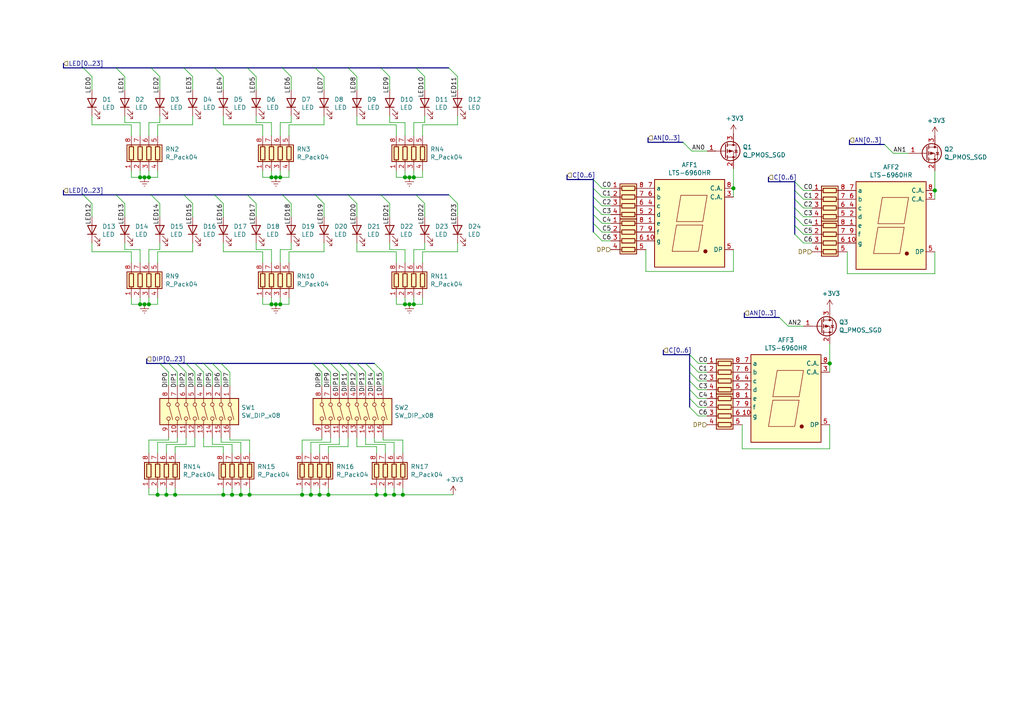
<source format=kicad_sch>
(kicad_sch (version 20200714) (host eeschema "(5.99.0-2671-gfc0a358ba)")
  (page 3 3)
  (paper "A4")
  (lib_symbols
    (symbol "Device:LED" (pin_numbers hide) (pin_names hide)
      (property "Reference" "D" (at 0 2.54 0))
      (property "Value" "LED" (at 0 -2.54 0))
      (symbol "LED_0_1"
        (polyline (pts (xy -1.27 -1.27) (xy -1.27 1.27)) (stroke (width 0.254)))
        (polyline (pts (xy -1.27 0) (xy 1.27 0)))
        (polyline (pts (xy 1.27 -1.27) (xy 1.27 1.27) (xy -1.27 0) (xy 1.27 -1.27)) (stroke (width 0.254)))
        (polyline (pts (xy -3.048 -0.762) (xy -4.572 -2.286) (xy -3.81 -2.286) (xy -4.572 -2.286) (xy -4.572 -1.524)))
        (polyline (pts (xy -1.778 -0.762) (xy -3.302 -2.286) (xy -2.54 -2.286) (xy -3.302 -2.286) (xy -3.302 -1.524)))
      )
      (symbol "LED_1_1"
        (pin passive line (at -3.81 0 0) (length 2.54) (name "K") (number "1"))
        (pin passive line (at 3.81 0 180) (length 2.54) (name "A") (number "2"))
      )
    )
    (symbol "Device:Q_PMOS_GSD" (pin_names (offset 0) hide)
      (property "Reference" "Q" (at 5.08 1.27 0))
      (property "Value" "Q_PMOS_GSD" (at 5.08 -1.27 0))
      (symbol "Q_PMOS_GSD_0_1"
        (circle (center 1.651 0) (radius 2.794) (stroke (width 0.254)))
        (circle (center 2.54 -1.778) (radius 0.254) (fill (type outline)))
        (circle (center 2.54 1.778) (radius 0.254) (fill (type outline)))
        (polyline (pts (xy 0.254 0) (xy -2.54 0)))
        (polyline (pts (xy 0.254 1.905) (xy 0.254 -1.905)) (stroke (width 0.254)))
        (polyline (pts (xy 0.762 -1.27) (xy 0.762 -2.286)) (stroke (width 0.254)))
        (polyline (pts (xy 0.762 0.508) (xy 0.762 -0.508)) (stroke (width 0.254)))
        (polyline (pts (xy 0.762 2.286) (xy 0.762 1.27)) (stroke (width 0.254)))
        (polyline (pts (xy 2.54 2.54) (xy 2.54 1.778)))
        (polyline (pts (xy 2.54 -2.54) (xy 2.54 0) (xy 0.762 0)))
        (polyline (pts (xy 0.762 1.778) (xy 3.302 1.778) (xy 3.302 -1.778) (xy 0.762 -1.778)))
        (polyline (pts (xy 2.286 0) (xy 1.27 0.381) (xy 1.27 -0.381) (xy 2.286 0)) (fill (type outline)))
        (polyline (pts (xy 2.794 -0.508) (xy 2.921 -0.381) (xy 3.683 -0.381) (xy 3.81 -0.254)))
        (polyline (pts (xy 3.302 -0.381) (xy 2.921 0.254) (xy 3.683 0.254) (xy 3.302 -0.381)))
      )
      (symbol "Q_PMOS_GSD_1_1"
        (pin input line (at -5.08 0 0) (length 2.54) (name "G") (number "1"))
        (pin passive line (at 2.54 -5.08 90) (length 2.54) (name "S") (number "2"))
        (pin passive line (at 2.54 5.08 270) (length 2.54) (name "D") (number "3"))
      )
    )
    (symbol "Device:R_Pack04" (pin_names (offset 0) hide)
      (property "Reference" "RN" (at -7.62 0 90))
      (property "Value" "R_Pack04" (at 5.08 0 90))
      (symbol "R_Pack04_0_1"
        (rectangle (start -3.175 1.905) (end -1.905 -1.905) (stroke (width 0.254)))
        (rectangle (start -5.715 1.905) (end -4.445 -1.905) (stroke (width 0.254)))
        (rectangle (start -0.635 1.905) (end 0.635 -1.905) (stroke (width 0.254)))
        (rectangle (start -6.35 -2.413) (end 3.81 2.413) (stroke (width 0.254)) (fill (type background)))
        (rectangle (start 1.905 1.905) (end 3.175 -1.905) (stroke (width 0.254)))
        (polyline (pts (xy -2.54 -2.54) (xy -2.54 -1.905)))
        (polyline (pts (xy -2.54 1.905) (xy -2.54 2.54)))
        (polyline (pts (xy -5.08 -2.54) (xy -5.08 -1.905)))
        (polyline (pts (xy -5.08 1.905) (xy -5.08 2.54)))
        (polyline (pts (xy 0 -2.54) (xy 0 -1.905)))
        (polyline (pts (xy 0 1.905) (xy 0 2.54)))
        (polyline (pts (xy 2.54 -2.54) (xy 2.54 -1.905)))
        (polyline (pts (xy 2.54 1.905) (xy 2.54 2.54)))
      )
      (symbol "R_Pack04_1_1"
        (pin passive line (at -5.08 -5.08 90) (length 2.54) (name "R1.1") (number "1"))
        (pin passive line (at -5.08 5.08 270) (length 2.54) (name "R1.2") (number "8"))
        (pin passive line (at -2.54 -5.08 90) (length 2.54) (name "R2.1") (number "2"))
        (pin passive line (at -2.54 5.08 270) (length 2.54) (name "R2.2") (number "7"))
        (pin passive line (at 0 -5.08 90) (length 2.54) (name "R3.1") (number "3"))
        (pin passive line (at 0 5.08 270) (length 2.54) (name "R3.2") (number "6"))
        (pin passive line (at 2.54 -5.08 90) (length 2.54) (name "R4.1") (number "4"))
        (pin passive line (at 2.54 5.08 270) (length 2.54) (name "R4.2") (number "5"))
      )
    )
    (symbol "Display_Character:LTS-6960HR" (pin_names (offset 0.508))
      (property "Reference" "AFF" (at -7.874 13.97 0))
      (property "Value" "LTS-6960HR" (at -2.032 13.97 0))
      (symbol "LTS-6960HR_0_1"
        (circle (center 4.572 -8.128) (radius 0.508) (fill (type outline)))
        (rectangle (start -10.16 12.7) (end 10.16 -12.7) (stroke (width 0.254)) (fill (type background)))
        (polyline (pts (xy -3.81 -0.508) (xy 3.81 -0.508) (xy 2.54 -8.128) (xy -5.08 -8.128) (xy -3.81 -0.508) (xy -3.81 -0.508)))
        (polyline (pts (xy -2.54 8.128) (xy 5.08 8.128) (xy 3.81 0.508) (xy -3.81 0.508) (xy -2.54 8.128) (xy -2.54 8.128)))
      )
      (symbol "LTS-6960HR_1_1"
        (pin passive line (at -12.7 0 0) (length 2.54) (name "e") (number "1"))
        (pin passive line (at -12.7 -5.08 0) (length 2.54) (name "g") (number "10"))
        (pin passive line (at -12.7 2.54 0) (length 2.54) (name "d") (number "2"))
        (pin passive line (at 12.7 7.62 180) (length 2.54) (name "C.A.") (number "3"))
        (pin passive line (at -12.7 5.08 0) (length 2.54) (name "c") (number "4"))
        (pin passive line (at 12.7 -7.62 180) (length 2.54) (name "DP") (number "5"))
        (pin passive line (at -12.7 7.62 0) (length 2.54) (name "b") (number "6"))
        (pin passive line (at -12.7 10.16 0) (length 2.54) (name "a") (number "7"))
        (pin passive line (at 12.7 10.16 180) (length 2.54) (name "C.A.") (number "8"))
        (pin passive line (at -12.7 -2.54 0) (length 2.54) (name "f") (number "9"))
      )
    )
    (symbol "Switch:SW_DIP_x08" (pin_names (offset 0) hide)
      (property "Reference" "SW" (at 0 13.97 0))
      (property "Value" "SW_DIP_x08" (at 0 -11.43 0))
      (symbol "SW_DIP_x08_0_0"
        (circle (center -2.032 -7.62) (radius 0.508))
        (circle (center -2.032 -5.08) (radius 0.508))
        (circle (center -2.032 -2.54) (radius 0.508))
        (circle (center -2.032 0) (radius 0.508))
        (circle (center -2.032 2.54) (radius 0.508))
        (circle (center -2.032 5.08) (radius 0.508))
        (circle (center -2.032 7.62) (radius 0.508))
        (circle (center -2.032 10.16) (radius 0.508))
        (circle (center 2.032 -7.62) (radius 0.508))
        (circle (center 2.032 -5.08) (radius 0.508))
        (circle (center 2.032 -2.54) (radius 0.508))
        (circle (center 2.032 0) (radius 0.508))
        (circle (center 2.032 2.54) (radius 0.508))
        (circle (center 2.032 5.08) (radius 0.508))
        (circle (center 2.032 7.62) (radius 0.508))
        (circle (center 2.032 10.16) (radius 0.508))
        (polyline (pts (xy -1.524 -7.4676) (xy 2.3622 -6.4262)))
        (polyline (pts (xy -1.524 -4.9276) (xy 2.3622 -3.8862)))
        (polyline (pts (xy -1.524 -2.3876) (xy 2.3622 -1.3462)))
        (polyline (pts (xy -1.524 0.127) (xy 2.3622 1.1684)))
        (polyline (pts (xy -1.524 2.667) (xy 2.3622 3.7084)))
        (polyline (pts (xy -1.524 5.207) (xy 2.3622 6.2484)))
        (polyline (pts (xy -1.524 7.747) (xy 2.3622 8.7884)))
        (polyline (pts (xy -1.524 10.287) (xy 2.3622 11.3284)))
      )
      (symbol "SW_DIP_x08_0_1"
        (rectangle (start -3.81 12.7) (end 3.81 -10.16) (stroke (width 0.254)) (fill (type background)))
      )
      (symbol "SW_DIP_x08_1_1"
        (pin passive line (at -7.62 10.16 0) (length 5.08) (name "~") (number "1"))
        (pin passive line (at 7.62 -5.08 180) (length 5.08) (name "~") (number "10"))
        (pin passive line (at 7.62 -2.54 180) (length 5.08) (name "~") (number "11"))
        (pin passive line (at 7.62 0 180) (length 5.08) (name "~") (number "12"))
        (pin passive line (at 7.62 2.54 180) (length 5.08) (name "~") (number "13"))
        (pin passive line (at 7.62 5.08 180) (length 5.08) (name "~") (number "14"))
        (pin passive line (at 7.62 7.62 180) (length 5.08) (name "~") (number "15"))
        (pin passive line (at 7.62 10.16 180) (length 5.08) (name "~") (number "16"))
        (pin passive line (at -7.62 7.62 0) (length 5.08) (name "~") (number "2"))
        (pin passive line (at -7.62 5.08 0) (length 5.08) (name "~") (number "3"))
        (pin passive line (at -7.62 2.54 0) (length 5.08) (name "~") (number "4"))
        (pin passive line (at -7.62 0 0) (length 5.08) (name "~") (number "5"))
        (pin passive line (at -7.62 -2.54 0) (length 5.08) (name "~") (number "6"))
        (pin passive line (at -7.62 -5.08 0) (length 5.08) (name "~") (number "7"))
        (pin passive line (at -7.62 -7.62 0) (length 5.08) (name "~") (number "8"))
        (pin passive line (at 7.62 -7.62 180) (length 5.08) (name "~") (number "9"))
      )
    )
    (symbol "power:+3V3" (power) (pin_names (offset 0))
      (property "Value" "+3V3" (at 0 3.556 0))
      (symbol "+3V3_0_1"
        (polyline (pts (xy -0.762 1.27) (xy 0 2.54)))
        (polyline (pts (xy 0 0) (xy 0 2.54)))
        (polyline (pts (xy 0 2.54) (xy 0.762 1.27)))
      )
      (symbol "+3V3_1_1"
        (pin power_in line (at 0 0 90) (length 0) hide (name "+3V3") (number "1"))
      )
    )
    (symbol "power:GNDREF" (power) (pin_names (offset 0))
      (property "Value" "GNDREF" (at 0 -3.81 0))
      (symbol "GNDREF_0_1"
        (polyline (pts (xy -0.635 -1.905) (xy 0.635 -1.905)))
        (polyline (pts (xy -0.127 -2.54) (xy 0.127 -2.54)))
        (polyline (pts (xy 0 -1.27) (xy 0 0)))
        (polyline (pts (xy 1.27 -1.27) (xy -1.27 -1.27)))
      )
      (symbol "GNDREF_1_1"
        (pin power_in line (at 0 0 270) (length 0) hide (name "GNDREF") (number "1"))
      )
    )
  )
  (junction (at 40.64 51.435) (diameter 1.016))
  (junction (at 40.64 88.265) (diameter 1.016))
  (junction (at 41.91 51.435) (diameter 1.016))
  (junction (at 41.91 88.265) (diameter 1.016))
  (junction (at 43.18 51.435) (diameter 1.016))
  (junction (at 43.18 88.265) (diameter 1.016))
  (junction (at 45.72 143.51) (diameter 1.016))
  (junction (at 48.26 143.51) (diameter 1.016))
  (junction (at 50.8 143.51) (diameter 1.016))
  (junction (at 64.77 143.51) (diameter 1.016))
  (junction (at 67.31 143.51) (diameter 1.016))
  (junction (at 69.85 143.51) (diameter 1.016))
  (junction (at 72.39 143.51) (diameter 1.016))
  (junction (at 78.74 51.435) (diameter 1.016))
  (junction (at 78.74 88.265) (diameter 1.016))
  (junction (at 80.01 51.435) (diameter 1.016))
  (junction (at 80.01 88.265) (diameter 1.016))
  (junction (at 81.28 51.435) (diameter 1.016))
  (junction (at 81.28 88.265) (diameter 1.016))
  (junction (at 87.63 143.51) (diameter 1.016))
  (junction (at 90.17 143.51) (diameter 1.016))
  (junction (at 92.71 143.51) (diameter 1.016))
  (junction (at 95.25 143.51) (diameter 1.016))
  (junction (at 109.22 143.51) (diameter 1.016))
  (junction (at 111.76 143.51) (diameter 1.016))
  (junction (at 114.3 143.51) (diameter 1.016))
  (junction (at 116.84 143.51) (diameter 1.016))
  (junction (at 117.475 51.435) (diameter 1.016))
  (junction (at 117.475 88.265) (diameter 1.016))
  (junction (at 118.745 51.435) (diameter 1.016))
  (junction (at 118.745 88.265) (diameter 1.016))
  (junction (at 120.015 51.435) (diameter 1.016))
  (junction (at 120.015 88.265) (diameter 1.016))
  (junction (at 212.725 54.61) (diameter 1.016))
  (junction (at 240.665 105.41) (diameter 1.016))
  (junction (at 271.145 55.245) (diameter 1.016))
  (bus_entry (at 24.13 19.685) (size 2.54 2.54) (stroke (width 0.1524)))
  (bus_entry (at 24.13 56.515) (size 2.54 2.54) (stroke (width 0.1524)))
  (bus_entry (at 33.655 19.685) (size 2.54 2.54) (stroke (width 0.1524)))
  (bus_entry (at 33.655 56.515) (size 2.54 2.54) (stroke (width 0.1524)))
  (bus_entry (at 43.815 19.685) (size 2.54 2.54) (stroke (width 0.1524)))
  (bus_entry (at 43.815 56.515) (size 2.54 2.54) (stroke (width 0.1524)))
  (bus_entry (at 46.355 105.41) (size 2.54 2.54) (stroke (width 0.1524)))
  (bus_entry (at 48.895 105.41) (size 2.54 2.54) (stroke (width 0.1524)))
  (bus_entry (at 51.435 105.41) (size 2.54 2.54) (stroke (width 0.1524)))
  (bus_entry (at 53.34 19.685) (size 2.54 2.54) (stroke (width 0.1524)))
  (bus_entry (at 53.34 56.515) (size 2.54 2.54) (stroke (width 0.1524)))
  (bus_entry (at 53.975 105.41) (size 2.54 2.54) (stroke (width 0.1524)))
  (bus_entry (at 56.515 105.41) (size 2.54 2.54) (stroke (width 0.1524)))
  (bus_entry (at 59.055 105.41) (size 2.54 2.54) (stroke (width 0.1524)))
  (bus_entry (at 61.595 105.41) (size 2.54 2.54) (stroke (width 0.1524)))
  (bus_entry (at 62.23 19.685) (size 2.54 2.54) (stroke (width 0.1524)))
  (bus_entry (at 62.23 56.515) (size 2.54 2.54) (stroke (width 0.1524)))
  (bus_entry (at 64.135 105.41) (size 2.54 2.54) (stroke (width 0.1524)))
  (bus_entry (at 71.755 19.685) (size 2.54 2.54) (stroke (width 0.1524)))
  (bus_entry (at 71.755 56.515) (size 2.54 2.54) (stroke (width 0.1524)))
  (bus_entry (at 81.915 19.685) (size 2.54 2.54) (stroke (width 0.1524)))
  (bus_entry (at 81.915 56.515) (size 2.54 2.54) (stroke (width 0.1524)))
  (bus_entry (at 90.805 105.41) (size 2.54 2.54) (stroke (width 0.1524)))
  (bus_entry (at 91.44 19.685) (size 2.54 2.54) (stroke (width 0.1524)))
  (bus_entry (at 91.44 56.515) (size 2.54 2.54) (stroke (width 0.1524)))
  (bus_entry (at 93.345 105.41) (size 2.54 2.54) (stroke (width 0.1524)))
  (bus_entry (at 95.885 105.41) (size 2.54 2.54) (stroke (width 0.1524)))
  (bus_entry (at 98.425 105.41) (size 2.54 2.54) (stroke (width 0.1524)))
  (bus_entry (at 100.965 19.685) (size 2.54 2.54) (stroke (width 0.1524)))
  (bus_entry (at 100.965 56.515) (size 2.54 2.54) (stroke (width 0.1524)))
  (bus_entry (at 100.965 105.41) (size 2.54 2.54) (stroke (width 0.1524)))
  (bus_entry (at 103.505 105.41) (size 2.54 2.54) (stroke (width 0.1524)))
  (bus_entry (at 106.045 105.41) (size 2.54 2.54) (stroke (width 0.1524)))
  (bus_entry (at 108.585 105.41) (size 2.54 2.54) (stroke (width 0.1524)))
  (bus_entry (at 110.49 19.685) (size 2.54 2.54) (stroke (width 0.1524)))
  (bus_entry (at 110.49 56.515) (size 2.54 2.54) (stroke (width 0.1524)))
  (bus_entry (at 120.65 19.685) (size 2.54 2.54) (stroke (width 0.1524)))
  (bus_entry (at 120.65 56.515) (size 2.54 2.54) (stroke (width 0.1524)))
  (bus_entry (at 130.175 19.685) (size 2.54 2.54) (stroke (width 0.1524)))
  (bus_entry (at 130.175 56.515) (size 2.54 2.54) (stroke (width 0.1524)))
  (bus_entry (at 172.085 52.07) (size 2.54 2.54) (stroke (width 0.1524)))
  (bus_entry (at 172.085 54.61) (size 2.54 2.54) (stroke (width 0.1524)))
  (bus_entry (at 172.085 57.15) (size 2.54 2.54) (stroke (width 0.1524)))
  (bus_entry (at 172.085 59.69) (size 2.54 2.54) (stroke (width 0.1524)))
  (bus_entry (at 172.085 62.23) (size 2.54 2.54) (stroke (width 0.1524)))
  (bus_entry (at 172.085 64.77) (size 2.54 2.54) (stroke (width 0.1524)))
  (bus_entry (at 172.085 67.31) (size 2.54 2.54) (stroke (width 0.1524)))
  (bus_entry (at 198.12 41.275) (size 2.54 2.54) (stroke (width 0.1524)))
  (bus_entry (at 200.025 102.87) (size 2.54 2.54) (stroke (width 0.1524)))
  (bus_entry (at 200.025 105.41) (size 2.54 2.54) (stroke (width 0.1524)))
  (bus_entry (at 200.025 107.95) (size 2.54 2.54) (stroke (width 0.1524)))
  (bus_entry (at 200.025 110.49) (size 2.54 2.54) (stroke (width 0.1524)))
  (bus_entry (at 200.025 113.03) (size 2.54 2.54) (stroke (width 0.1524)))
  (bus_entry (at 200.025 115.57) (size 2.54 2.54) (stroke (width 0.1524)))
  (bus_entry (at 200.025 118.11) (size 2.54 2.54) (stroke (width 0.1524)))
  (bus_entry (at 226.06 92.075) (size 2.54 2.54) (stroke (width 0.1524)))
  (bus_entry (at 230.505 52.705) (size 2.54 2.54) (stroke (width 0.1524)))
  (bus_entry (at 230.505 55.245) (size 2.54 2.54) (stroke (width 0.1524)))
  (bus_entry (at 230.505 57.785) (size 2.54 2.54) (stroke (width 0.1524)))
  (bus_entry (at 230.505 60.325) (size 2.54 2.54) (stroke (width 0.1524)))
  (bus_entry (at 230.505 62.865) (size 2.54 2.54) (stroke (width 0.1524)))
  (bus_entry (at 230.505 65.405) (size 2.54 2.54) (stroke (width 0.1524)))
  (bus_entry (at 230.505 67.945) (size 2.54 2.54) (stroke (width 0.1524)))
  (bus_entry (at 256.54 41.91) (size 2.54 2.54) (stroke (width 0.1524)))
  (wire (pts (xy 26.67 22.225) (xy 26.67 26.035)))
  (wire (pts (xy 26.67 33.655) (xy 26.67 36.195)))
  (wire (pts (xy 26.67 36.195) (xy 38.1 36.195)))
  (wire (pts (xy 26.67 59.055) (xy 26.67 62.865)))
  (wire (pts (xy 26.67 70.485) (xy 26.67 73.025)))
  (wire (pts (xy 26.67 73.025) (xy 38.1 73.025)))
  (wire (pts (xy 36.195 22.225) (xy 36.195 26.035)))
  (wire (pts (xy 36.195 33.655) (xy 36.195 35.56)))
  (wire (pts (xy 36.195 35.56) (xy 40.64 35.56)))
  (wire (pts (xy 36.195 59.055) (xy 36.195 62.865)))
  (wire (pts (xy 36.195 70.485) (xy 36.195 72.39)))
  (wire (pts (xy 36.195 72.39) (xy 40.64 72.39)))
  (wire (pts (xy 38.1 36.195) (xy 38.1 39.37)))
  (wire (pts (xy 38.1 49.53) (xy 38.1 51.435)))
  (wire (pts (xy 38.1 51.435) (xy 40.64 51.435)))
  (wire (pts (xy 38.1 73.025) (xy 38.1 76.2)))
  (wire (pts (xy 38.1 86.36) (xy 38.1 88.265)))
  (wire (pts (xy 38.1 88.265) (xy 40.64 88.265)))
  (wire (pts (xy 40.64 35.56) (xy 40.64 39.37)))
  (wire (pts (xy 40.64 49.53) (xy 40.64 51.435)))
  (wire (pts (xy 40.64 51.435) (xy 41.91 51.435)))
  (wire (pts (xy 40.64 72.39) (xy 40.64 76.2)))
  (wire (pts (xy 40.64 86.36) (xy 40.64 88.265)))
  (wire (pts (xy 40.64 88.265) (xy 41.91 88.265)))
  (wire (pts (xy 41.91 51.435) (xy 43.18 51.435)))
  (wire (pts (xy 41.91 88.265) (xy 43.18 88.265)))
  (wire (pts (xy 43.18 35.56) (xy 43.18 39.37)))
  (wire (pts (xy 43.18 49.53) (xy 43.18 51.435)))
  (wire (pts (xy 43.18 51.435) (xy 45.72 51.435)))
  (wire (pts (xy 43.18 72.39) (xy 43.18 76.2)))
  (wire (pts (xy 43.18 86.36) (xy 43.18 88.265)))
  (wire (pts (xy 43.18 88.265) (xy 45.72 88.265)))
  (wire (pts (xy 43.18 127.635) (xy 43.18 131.445)))
  (wire (pts (xy 43.18 141.605) (xy 43.18 143.51)))
  (wire (pts (xy 43.18 143.51) (xy 45.72 143.51)))
  (wire (pts (xy 45.72 36.195) (xy 55.88 36.195)))
  (wire (pts (xy 45.72 39.37) (xy 45.72 36.195)))
  (wire (pts (xy 45.72 51.435) (xy 45.72 49.53)))
  (wire (pts (xy 45.72 73.025) (xy 55.88 73.025)))
  (wire (pts (xy 45.72 76.2) (xy 45.72 73.025)))
  (wire (pts (xy 45.72 88.265) (xy 45.72 86.36)))
  (wire (pts (xy 45.72 128.27) (xy 45.72 131.445)))
  (wire (pts (xy 45.72 141.605) (xy 45.72 143.51)))
  (wire (pts (xy 45.72 143.51) (xy 48.26 143.51)))
  (wire (pts (xy 46.355 22.225) (xy 46.355 26.035)))
  (wire (pts (xy 46.355 33.655) (xy 46.355 35.56)))
  (wire (pts (xy 46.355 35.56) (xy 43.18 35.56)))
  (wire (pts (xy 46.355 59.055) (xy 46.355 62.865)))
  (wire (pts (xy 46.355 70.485) (xy 46.355 72.39)))
  (wire (pts (xy 46.355 72.39) (xy 43.18 72.39)))
  (wire (pts (xy 48.26 128.905) (xy 48.26 131.445)))
  (wire (pts (xy 48.26 141.605) (xy 48.26 143.51)))
  (wire (pts (xy 48.26 143.51) (xy 50.8 143.51)))
  (wire (pts (xy 48.895 107.95) (xy 48.895 111.76)))
  (wire (pts (xy 48.895 127) (xy 48.895 127.635)))
  (wire (pts (xy 48.895 127.635) (xy 43.18 127.635)))
  (wire (pts (xy 50.8 129.54) (xy 50.8 131.445)))
  (wire (pts (xy 50.8 143.51) (xy 50.8 141.605)))
  (wire (pts (xy 50.8 143.51) (xy 64.77 143.51)))
  (wire (pts (xy 51.435 107.95) (xy 51.435 111.76)))
  (wire (pts (xy 51.435 127) (xy 51.435 128.27)))
  (wire (pts (xy 51.435 128.27) (xy 45.72 128.27)))
  (wire (pts (xy 53.975 107.95) (xy 53.975 111.76)))
  (wire (pts (xy 53.975 127) (xy 53.975 128.905)))
  (wire (pts (xy 53.975 128.905) (xy 48.26 128.905)))
  (wire (pts (xy 55.88 22.225) (xy 55.88 26.035)))
  (wire (pts (xy 55.88 36.195) (xy 55.88 33.655)))
  (wire (pts (xy 55.88 59.055) (xy 55.88 62.865)))
  (wire (pts (xy 55.88 73.025) (xy 55.88 70.485)))
  (wire (pts (xy 56.515 107.95) (xy 56.515 111.76)))
  (wire (pts (xy 56.515 127) (xy 56.515 129.54)))
  (wire (pts (xy 56.515 129.54) (xy 50.8 129.54)))
  (wire (pts (xy 59.055 107.95) (xy 59.055 111.76)))
  (wire (pts (xy 59.055 127) (xy 59.055 129.54)))
  (wire (pts (xy 59.055 129.54) (xy 64.77 129.54)))
  (wire (pts (xy 61.595 107.95) (xy 61.595 111.76)))
  (wire (pts (xy 61.595 127) (xy 61.595 128.905)))
  (wire (pts (xy 61.595 128.905) (xy 67.31 128.905)))
  (wire (pts (xy 64.135 107.95) (xy 64.135 111.76)))
  (wire (pts (xy 64.135 127) (xy 64.135 128.27)))
  (wire (pts (xy 64.135 128.27) (xy 69.85 128.27)))
  (wire (pts (xy 64.77 22.225) (xy 64.77 26.035)))
  (wire (pts (xy 64.77 33.655) (xy 64.77 36.195)))
  (wire (pts (xy 64.77 36.195) (xy 76.2 36.195)))
  (wire (pts (xy 64.77 59.055) (xy 64.77 62.865)))
  (wire (pts (xy 64.77 70.485) (xy 64.77 73.025)))
  (wire (pts (xy 64.77 73.025) (xy 76.2 73.025)))
  (wire (pts (xy 64.77 129.54) (xy 64.77 131.445)))
  (wire (pts (xy 64.77 141.605) (xy 64.77 143.51)))
  (wire (pts (xy 64.77 143.51) (xy 67.31 143.51)))
  (wire (pts (xy 66.675 107.95) (xy 66.675 111.76)))
  (wire (pts (xy 66.675 127) (xy 66.675 127.635)))
  (wire (pts (xy 66.675 127.635) (xy 72.39 127.635)))
  (wire (pts (xy 67.31 128.905) (xy 67.31 131.445)))
  (wire (pts (xy 67.31 141.605) (xy 67.31 143.51)))
  (wire (pts (xy 67.31 143.51) (xy 69.85 143.51)))
  (wire (pts (xy 69.85 128.27) (xy 69.85 131.445)))
  (wire (pts (xy 69.85 141.605) (xy 69.85 143.51)))
  (wire (pts (xy 69.85 143.51) (xy 72.39 143.51)))
  (wire (pts (xy 72.39 127.635) (xy 72.39 131.445)))
  (wire (pts (xy 72.39 143.51) (xy 72.39 141.605)))
  (wire (pts (xy 72.39 143.51) (xy 87.63 143.51)))
  (wire (pts (xy 74.295 22.225) (xy 74.295 26.035)))
  (wire (pts (xy 74.295 33.655) (xy 74.295 35.56)))
  (wire (pts (xy 74.295 35.56) (xy 78.74 35.56)))
  (wire (pts (xy 74.295 59.055) (xy 74.295 62.865)))
  (wire (pts (xy 74.295 70.485) (xy 74.295 72.39)))
  (wire (pts (xy 74.295 72.39) (xy 78.74 72.39)))
  (wire (pts (xy 76.2 36.195) (xy 76.2 39.37)))
  (wire (pts (xy 76.2 49.53) (xy 76.2 51.435)))
  (wire (pts (xy 76.2 51.435) (xy 78.74 51.435)))
  (wire (pts (xy 76.2 73.025) (xy 76.2 76.2)))
  (wire (pts (xy 76.2 86.36) (xy 76.2 88.265)))
  (wire (pts (xy 76.2 88.265) (xy 78.74 88.265)))
  (wire (pts (xy 78.74 35.56) (xy 78.74 39.37)))
  (wire (pts (xy 78.74 49.53) (xy 78.74 51.435)))
  (wire (pts (xy 78.74 51.435) (xy 80.01 51.435)))
  (wire (pts (xy 78.74 72.39) (xy 78.74 76.2)))
  (wire (pts (xy 78.74 86.36) (xy 78.74 88.265)))
  (wire (pts (xy 78.74 88.265) (xy 80.01 88.265)))
  (wire (pts (xy 80.01 51.435) (xy 81.28 51.435)))
  (wire (pts (xy 80.01 88.265) (xy 81.28 88.265)))
  (wire (pts (xy 81.28 35.56) (xy 81.28 39.37)))
  (wire (pts (xy 81.28 49.53) (xy 81.28 51.435)))
  (wire (pts (xy 81.28 51.435) (xy 83.82 51.435)))
  (wire (pts (xy 81.28 72.39) (xy 81.28 76.2)))
  (wire (pts (xy 81.28 86.36) (xy 81.28 88.265)))
  (wire (pts (xy 81.28 88.265) (xy 83.82 88.265)))
  (wire (pts (xy 83.82 36.195) (xy 93.98 36.195)))
  (wire (pts (xy 83.82 39.37) (xy 83.82 36.195)))
  (wire (pts (xy 83.82 51.435) (xy 83.82 49.53)))
  (wire (pts (xy 83.82 73.025) (xy 93.98 73.025)))
  (wire (pts (xy 83.82 76.2) (xy 83.82 73.025)))
  (wire (pts (xy 83.82 88.265) (xy 83.82 86.36)))
  (wire (pts (xy 84.455 22.225) (xy 84.455 26.035)))
  (wire (pts (xy 84.455 33.655) (xy 84.455 35.56)))
  (wire (pts (xy 84.455 35.56) (xy 81.28 35.56)))
  (wire (pts (xy 84.455 59.055) (xy 84.455 62.865)))
  (wire (pts (xy 84.455 70.485) (xy 84.455 72.39)))
  (wire (pts (xy 84.455 72.39) (xy 81.28 72.39)))
  (wire (pts (xy 87.63 127.635) (xy 87.63 131.445)))
  (wire (pts (xy 87.63 141.605) (xy 87.63 143.51)))
  (wire (pts (xy 87.63 143.51) (xy 90.17 143.51)))
  (wire (pts (xy 90.17 128.27) (xy 90.17 131.445)))
  (wire (pts (xy 90.17 141.605) (xy 90.17 143.51)))
  (wire (pts (xy 90.17 143.51) (xy 92.71 143.51)))
  (wire (pts (xy 92.71 128.905) (xy 92.71 131.445)))
  (wire (pts (xy 92.71 141.605) (xy 92.71 143.51)))
  (wire (pts (xy 92.71 143.51) (xy 95.25 143.51)))
  (wire (pts (xy 93.345 107.95) (xy 93.345 111.76)))
  (wire (pts (xy 93.345 127) (xy 93.345 127.635)))
  (wire (pts (xy 93.345 127.635) (xy 87.63 127.635)))
  (wire (pts (xy 93.98 22.225) (xy 93.98 26.035)))
  (wire (pts (xy 93.98 36.195) (xy 93.98 33.655)))
  (wire (pts (xy 93.98 59.055) (xy 93.98 62.865)))
  (wire (pts (xy 93.98 70.485) (xy 93.98 73.025)))
  (wire (pts (xy 95.25 129.54) (xy 95.25 131.445)))
  (wire (pts (xy 95.25 143.51) (xy 95.25 141.605)))
  (wire (pts (xy 95.25 143.51) (xy 109.22 143.51)))
  (wire (pts (xy 95.885 107.95) (xy 95.885 111.76)))
  (wire (pts (xy 95.885 127) (xy 95.885 128.27)))
  (wire (pts (xy 95.885 128.27) (xy 90.17 128.27)))
  (wire (pts (xy 98.425 107.95) (xy 98.425 111.76)))
  (wire (pts (xy 98.425 127) (xy 98.425 128.905)))
  (wire (pts (xy 98.425 128.905) (xy 92.71 128.905)))
  (wire (pts (xy 100.965 107.95) (xy 100.965 111.76)))
  (wire (pts (xy 100.965 127) (xy 100.965 129.54)))
  (wire (pts (xy 100.965 129.54) (xy 95.25 129.54)))
  (wire (pts (xy 103.505 22.225) (xy 103.505 26.035)))
  (wire (pts (xy 103.505 33.655) (xy 103.505 36.195)))
  (wire (pts (xy 103.505 36.195) (xy 114.935 36.195)))
  (wire (pts (xy 103.505 59.055) (xy 103.505 62.865)))
  (wire (pts (xy 103.505 70.485) (xy 103.505 73.025)))
  (wire (pts (xy 103.505 73.025) (xy 114.935 73.025)))
  (wire (pts (xy 103.505 107.95) (xy 103.505 111.76)))
  (wire (pts (xy 103.505 127) (xy 103.505 129.54)))
  (wire (pts (xy 103.505 129.54) (xy 109.22 129.54)))
  (wire (pts (xy 106.045 107.95) (xy 106.045 111.76)))
  (wire (pts (xy 106.045 127) (xy 106.045 128.905)))
  (wire (pts (xy 106.045 128.905) (xy 111.76 128.905)))
  (wire (pts (xy 108.585 107.95) (xy 108.585 111.76)))
  (wire (pts (xy 108.585 127) (xy 108.585 128.27)))
  (wire (pts (xy 108.585 128.27) (xy 114.3 128.27)))
  (wire (pts (xy 109.22 129.54) (xy 109.22 131.445)))
  (wire (pts (xy 109.22 141.605) (xy 109.22 143.51)))
  (wire (pts (xy 109.22 143.51) (xy 111.76 143.51)))
  (wire (pts (xy 111.125 107.95) (xy 111.125 111.76)))
  (wire (pts (xy 111.125 127) (xy 111.125 127.635)))
  (wire (pts (xy 111.125 127.635) (xy 116.84 127.635)))
  (wire (pts (xy 111.76 128.905) (xy 111.76 131.445)))
  (wire (pts (xy 111.76 141.605) (xy 111.76 143.51)))
  (wire (pts (xy 111.76 143.51) (xy 114.3 143.51)))
  (wire (pts (xy 113.03 22.225) (xy 113.03 26.035)))
  (wire (pts (xy 113.03 33.655) (xy 113.03 35.56)))
  (wire (pts (xy 113.03 35.56) (xy 117.475 35.56)))
  (wire (pts (xy 113.03 59.055) (xy 113.03 62.865)))
  (wire (pts (xy 113.03 70.485) (xy 113.03 72.39)))
  (wire (pts (xy 113.03 72.39) (xy 117.475 72.39)))
  (wire (pts (xy 114.3 128.27) (xy 114.3 131.445)))
  (wire (pts (xy 114.3 141.605) (xy 114.3 143.51)))
  (wire (pts (xy 114.3 143.51) (xy 116.84 143.51)))
  (wire (pts (xy 114.935 36.195) (xy 114.935 39.37)))
  (wire (pts (xy 114.935 49.53) (xy 114.935 51.435)))
  (wire (pts (xy 114.935 51.435) (xy 117.475 51.435)))
  (wire (pts (xy 114.935 73.025) (xy 114.935 76.2)))
  (wire (pts (xy 114.935 86.36) (xy 114.935 88.265)))
  (wire (pts (xy 114.935 88.265) (xy 117.475 88.265)))
  (wire (pts (xy 116.84 127.635) (xy 116.84 131.445)))
  (wire (pts (xy 116.84 143.51) (xy 116.84 141.605)))
  (wire (pts (xy 116.84 143.51) (xy 131.445 143.51)))
  (wire (pts (xy 117.475 35.56) (xy 117.475 39.37)))
  (wire (pts (xy 117.475 49.53) (xy 117.475 51.435)))
  (wire (pts (xy 117.475 51.435) (xy 118.745 51.435)))
  (wire (pts (xy 117.475 72.39) (xy 117.475 76.2)))
  (wire (pts (xy 117.475 86.36) (xy 117.475 88.265)))
  (wire (pts (xy 117.475 88.265) (xy 118.745 88.265)))
  (wire (pts (xy 118.745 51.435) (xy 120.015 51.435)))
  (wire (pts (xy 118.745 88.265) (xy 120.015 88.265)))
  (wire (pts (xy 120.015 35.56) (xy 120.015 39.37)))
  (wire (pts (xy 120.015 49.53) (xy 120.015 51.435)))
  (wire (pts (xy 120.015 51.435) (xy 122.555 51.435)))
  (wire (pts (xy 120.015 72.39) (xy 120.015 76.2)))
  (wire (pts (xy 120.015 86.36) (xy 120.015 88.265)))
  (wire (pts (xy 120.015 88.265) (xy 122.555 88.265)))
  (wire (pts (xy 122.555 36.195) (xy 132.715 36.195)))
  (wire (pts (xy 122.555 39.37) (xy 122.555 36.195)))
  (wire (pts (xy 122.555 51.435) (xy 122.555 49.53)))
  (wire (pts (xy 122.555 73.025) (xy 132.715 73.025)))
  (wire (pts (xy 122.555 76.2) (xy 122.555 73.025)))
  (wire (pts (xy 122.555 88.265) (xy 122.555 86.36)))
  (wire (pts (xy 123.19 22.225) (xy 123.19 26.035)))
  (wire (pts (xy 123.19 33.655) (xy 123.19 35.56)))
  (wire (pts (xy 123.19 35.56) (xy 120.015 35.56)))
  (wire (pts (xy 123.19 59.055) (xy 123.19 62.865)))
  (wire (pts (xy 123.19 70.485) (xy 123.19 72.39)))
  (wire (pts (xy 123.19 72.39) (xy 120.015 72.39)))
  (wire (pts (xy 132.715 22.225) (xy 132.715 26.035)))
  (wire (pts (xy 132.715 36.195) (xy 132.715 33.655)))
  (wire (pts (xy 132.715 59.055) (xy 132.715 62.865)))
  (wire (pts (xy 132.715 73.025) (xy 132.715 70.485)))
  (wire (pts (xy 177.165 54.61) (xy 174.625 54.61)))
  (wire (pts (xy 177.165 57.15) (xy 174.625 57.15)))
  (wire (pts (xy 177.165 59.69) (xy 174.625 59.69)))
  (wire (pts (xy 177.165 62.23) (xy 174.625 62.23)))
  (wire (pts (xy 177.165 64.77) (xy 174.625 64.77)))
  (wire (pts (xy 177.165 67.31) (xy 174.625 67.31)))
  (wire (pts (xy 177.165 69.85) (xy 174.625 69.85)))
  (wire (pts (xy 187.325 72.39) (xy 187.325 78.74)))
  (wire (pts (xy 187.325 78.74) (xy 212.725 78.74)))
  (wire (pts (xy 205.105 43.815) (xy 200.66 43.815)))
  (wire (pts (xy 205.105 105.41) (xy 202.565 105.41)))
  (wire (pts (xy 205.105 107.95) (xy 202.565 107.95)))
  (wire (pts (xy 205.105 110.49) (xy 202.565 110.49)))
  (wire (pts (xy 205.105 113.03) (xy 202.565 113.03)))
  (wire (pts (xy 205.105 115.57) (xy 202.565 115.57)))
  (wire (pts (xy 205.105 118.11) (xy 202.565 118.11)))
  (wire (pts (xy 205.105 120.65) (xy 202.565 120.65)))
  (wire (pts (xy 212.725 48.895) (xy 212.725 54.61)))
  (wire (pts (xy 212.725 54.61) (xy 212.725 57.15)))
  (wire (pts (xy 212.725 78.74) (xy 212.725 72.39)))
  (wire (pts (xy 215.265 123.19) (xy 215.265 130.175)))
  (wire (pts (xy 215.265 130.175) (xy 240.665 130.175)))
  (wire (pts (xy 233.045 94.615) (xy 228.6 94.615)))
  (wire (pts (xy 235.585 55.245) (xy 233.045 55.245)))
  (wire (pts (xy 235.585 57.785) (xy 233.045 57.785)))
  (wire (pts (xy 235.585 60.325) (xy 233.045 60.325)))
  (wire (pts (xy 235.585 62.865) (xy 233.045 62.865)))
  (wire (pts (xy 235.585 65.405) (xy 233.045 65.405)))
  (wire (pts (xy 235.585 67.945) (xy 233.045 67.945)))
  (wire (pts (xy 235.585 70.485) (xy 233.045 70.485)))
  (wire (pts (xy 240.665 99.695) (xy 240.665 105.41)))
  (wire (pts (xy 240.665 105.41) (xy 240.665 107.95)))
  (wire (pts (xy 240.665 130.175) (xy 240.665 123.19)))
  (wire (pts (xy 245.745 73.025) (xy 245.745 79.375)))
  (wire (pts (xy 245.745 79.375) (xy 271.145 79.375)))
  (wire (pts (xy 263.525 44.45) (xy 259.08 44.45)))
  (wire (pts (xy 271.145 49.53) (xy 271.145 55.245)))
  (wire (pts (xy 271.145 55.245) (xy 271.145 57.785)))
  (wire (pts (xy 271.145 79.375) (xy 271.145 73.025)))
  (bus (pts (xy 18.415 18.415) (xy 18.415 19.685)))
  (bus (pts (xy 18.415 19.685) (xy 24.13 19.685)))
  (bus (pts (xy 18.415 55.245) (xy 18.415 56.515)))
  (bus (pts (xy 18.415 56.515) (xy 24.13 56.515)))
  (bus (pts (xy 24.13 19.685) (xy 33.655 19.685)))
  (bus (pts (xy 24.13 56.515) (xy 33.655 56.515)))
  (bus (pts (xy 33.655 19.685) (xy 43.815 19.685)))
  (bus (pts (xy 33.655 56.515) (xy 43.815 56.515)))
  (bus (pts (xy 42.545 104.14) (xy 42.545 105.41)))
  (bus (pts (xy 42.545 105.41) (xy 46.355 105.41)))
  (bus (pts (xy 43.815 19.685) (xy 53.34 19.685)))
  (bus (pts (xy 43.815 56.515) (xy 53.34 56.515)))
  (bus (pts (xy 46.355 105.41) (xy 48.895 105.41)))
  (bus (pts (xy 48.895 105.41) (xy 51.435 105.41)))
  (bus (pts (xy 51.435 105.41) (xy 53.975 105.41)))
  (bus (pts (xy 53.34 19.685) (xy 62.23 19.685)))
  (bus (pts (xy 53.34 56.515) (xy 62.23 56.515)))
  (bus (pts (xy 53.975 105.41) (xy 56.515 105.41)))
  (bus (pts (xy 56.515 105.41) (xy 59.055 105.41)))
  (bus (pts (xy 59.055 105.41) (xy 61.595 105.41)))
  (bus (pts (xy 61.595 105.41) (xy 64.135 105.41)))
  (bus (pts (xy 62.23 19.685) (xy 71.755 19.685)))
  (bus (pts (xy 62.23 56.515) (xy 71.755 56.515)))
  (bus (pts (xy 64.135 105.41) (xy 90.805 105.41)))
  (bus (pts (xy 71.755 19.685) (xy 81.915 19.685)))
  (bus (pts (xy 71.755 56.515) (xy 81.915 56.515)))
  (bus (pts (xy 81.915 19.685) (xy 91.44 19.685)))
  (bus (pts (xy 81.915 56.515) (xy 91.44 56.515)))
  (bus (pts (xy 90.805 105.41) (xy 93.345 105.41)))
  (bus (pts (xy 91.44 19.685) (xy 100.965 19.685)))
  (bus (pts (xy 91.44 56.515) (xy 100.965 56.515)))
  (bus (pts (xy 93.345 105.41) (xy 95.885 105.41)))
  (bus (pts (xy 95.885 105.41) (xy 98.425 105.41)))
  (bus (pts (xy 98.425 105.41) (xy 100.965 105.41)))
  (bus (pts (xy 100.965 19.685) (xy 110.49 19.685)))
  (bus (pts (xy 100.965 56.515) (xy 110.49 56.515)))
  (bus (pts (xy 100.965 105.41) (xy 103.505 105.41)))
  (bus (pts (xy 103.505 105.41) (xy 106.045 105.41)))
  (bus (pts (xy 106.045 105.41) (xy 108.585 105.41)))
  (bus (pts (xy 110.49 19.685) (xy 120.65 19.685)))
  (bus (pts (xy 110.49 56.515) (xy 120.65 56.515)))
  (bus (pts (xy 120.65 19.685) (xy 130.175 19.685)))
  (bus (pts (xy 120.65 56.515) (xy 130.175 56.515)))
  (bus (pts (xy 164.465 50.8) (xy 164.465 52.07)))
  (bus (pts (xy 172.085 52.07) (xy 164.465 52.07)))
  (bus (pts (xy 172.085 52.07) (xy 172.085 54.61)))
  (bus (pts (xy 172.085 54.61) (xy 172.085 57.15)))
  (bus (pts (xy 172.085 57.15) (xy 172.085 59.69)))
  (bus (pts (xy 172.085 59.69) (xy 172.085 62.23)))
  (bus (pts (xy 172.085 62.23) (xy 172.085 64.77)))
  (bus (pts (xy 172.085 64.77) (xy 172.085 67.31)))
  (bus (pts (xy 187.96 41.275) (xy 187.96 40.005)))
  (bus (pts (xy 192.405 101.6) (xy 192.405 102.87)))
  (bus (pts (xy 198.12 41.275) (xy 187.96 41.275)))
  (bus (pts (xy 200.025 102.87) (xy 192.405 102.87)))
  (bus (pts (xy 200.025 102.87) (xy 200.025 105.41)))
  (bus (pts (xy 200.025 105.41) (xy 200.025 107.95)))
  (bus (pts (xy 200.025 107.95) (xy 200.025 110.49)))
  (bus (pts (xy 200.025 110.49) (xy 200.025 113.03)))
  (bus (pts (xy 200.025 113.03) (xy 200.025 115.57)))
  (bus (pts (xy 200.025 115.57) (xy 200.025 118.11)))
  (bus (pts (xy 215.9 92.075) (xy 215.9 90.805)))
  (bus (pts (xy 222.885 51.435) (xy 222.885 52.705)))
  (bus (pts (xy 226.06 92.075) (xy 215.9 92.075)))
  (bus (pts (xy 230.505 52.705) (xy 222.885 52.705)))
  (bus (pts (xy 230.505 52.705) (xy 230.505 55.245)))
  (bus (pts (xy 230.505 55.245) (xy 230.505 57.785)))
  (bus (pts (xy 230.505 57.785) (xy 230.505 60.325)))
  (bus (pts (xy 230.505 60.325) (xy 230.505 62.865)))
  (bus (pts (xy 230.505 62.865) (xy 230.505 65.405)))
  (bus (pts (xy 230.505 65.405) (xy 230.505 67.945)))
  (bus (pts (xy 246.38 41.91) (xy 246.38 40.64)))
  (bus (pts (xy 256.54 41.91) (xy 246.38 41.91)))
  (label "LED0" (at 26.67 22.225 270))
  (label "LED12" (at 26.67 59.055 270))
  (label "LED1" (at 36.195 22.225 270))
  (label "LED13" (at 36.195 59.055 270))
  (label "LED2" (at 46.355 22.225 270))
  (label "LED14" (at 46.355 59.055 270))
  (label "DIP0" (at 48.895 107.95 270))
  (label "DIP1" (at 51.435 107.95 270))
  (label "DIP2" (at 53.975 107.95 270))
  (label "LED3" (at 55.88 22.225 270))
  (label "LED15" (at 55.88 59.055 270))
  (label "DIP3" (at 56.515 107.95 270))
  (label "DIP4" (at 59.055 107.95 270))
  (label "DIP5" (at 61.595 107.95 270))
  (label "DIP6" (at 64.135 107.95 270))
  (label "LED4" (at 64.77 22.225 270))
  (label "LED16" (at 64.77 59.055 270))
  (label "DIP7" (at 66.675 107.95 270))
  (label "LED5" (at 74.295 22.225 270))
  (label "LED17" (at 74.295 59.055 270))
  (label "LED6" (at 84.455 22.225 270))
  (label "LED18" (at 84.455 59.055 270))
  (label "DIP8" (at 93.345 107.95 270))
  (label "LED7" (at 93.98 22.225 270))
  (label "LED19" (at 93.98 59.055 270))
  (label "DIP9" (at 95.885 107.95 270))
  (label "DIP10" (at 98.425 107.95 270))
  (label "DIP11" (at 100.965 107.95 270))
  (label "LED8" (at 103.505 22.225 270))
  (label "LED20" (at 103.505 59.055 270))
  (label "DIP12" (at 103.505 107.95 270))
  (label "DIP13" (at 106.045 107.95 270))
  (label "DIP14" (at 108.585 107.95 270))
  (label "DIP15" (at 111.125 107.95 270))
  (label "LED9" (at 113.03 22.225 270))
  (label "LED21" (at 113.03 59.055 270))
  (label "LED10" (at 123.19 22.225 270))
  (label "LED22" (at 123.19 59.055 270))
  (label "LED11" (at 132.715 22.225 270))
  (label "LED23" (at 132.715 59.055 270))
  (label "C0" (at 174.625 54.61 0))
  (label "C1" (at 174.625 57.15 0))
  (label "C2" (at 174.625 59.69 0))
  (label "C3" (at 174.625 62.23 0))
  (label "C4" (at 174.625 64.77 0))
  (label "C5" (at 174.625 67.31 0))
  (label "C6" (at 174.625 69.85 0))
  (label "AN0" (at 200.66 43.815 0))
  (label "C0" (at 202.565 105.41 0))
  (label "C1" (at 202.565 107.95 0))
  (label "C2" (at 202.565 110.49 0))
  (label "C3" (at 202.565 113.03 0))
  (label "C4" (at 202.565 115.57 0))
  (label "C5" (at 202.565 118.11 0))
  (label "C6" (at 202.565 120.65 0))
  (label "AN2" (at 228.6 94.615 0))
  (label "C0" (at 233.045 55.245 0))
  (label "C1" (at 233.045 57.785 0))
  (label "C2" (at 233.045 60.325 0))
  (label "C3" (at 233.045 62.865 0))
  (label "C4" (at 233.045 65.405 0))
  (label "C5" (at 233.045 67.945 0))
  (label "C6" (at 233.045 70.485 0))
  (label "AN1" (at 259.08 44.45 0))
  (hierarchical_label "LED[0..23]" (shape input) (at 18.415 18.415 0))
  (hierarchical_label "LED[0..23]" (shape input) (at 18.415 55.245 0))
  (hierarchical_label "DIP[0..23]" (shape input) (at 42.545 104.14 0))
  (hierarchical_label "C[0..6]" (shape input) (at 164.465 50.8 0))
  (hierarchical_label "DP" (shape input) (at 177.165 72.39 180))
  (hierarchical_label "AN[0..3]" (shape input) (at 187.96 40.005 0))
  (hierarchical_label "C[0..6]" (shape input) (at 192.405 101.6 0))
  (hierarchical_label "DP" (shape input) (at 205.105 123.19 180))
  (hierarchical_label "AN[0..3]" (shape input) (at 215.9 90.805 0))
  (hierarchical_label "C[0..6]" (shape input) (at 222.885 51.435 0))
  (hierarchical_label "DP" (shape input) (at 235.585 73.025 180))
  (hierarchical_label "AN[0..3]" (shape input) (at 246.38 40.64 0))
  (symbol (lib_id "power:+3V3") (at 131.445 143.51 0) (unit 1)
    (property "Reference" "#PWR049" (effects hide))
    (property "Value" "+3V3" (at 131.826 139.1158 0))
  )
  (symbol (lib_id "power:+3V3") (at 212.725 38.735 0) (unit 1)
    (property "Reference" "#PWR040" (effects hide))
    (property "Value" "+3V3" (at 213.106 34.3408 0))
  )
  (symbol (lib_id "power:+3V3") (at 240.665 89.535 0) (unit 1)
    (property "Reference" "#PWR048" (effects hide))
    (property "Value" "+3V3" (at 241.046 85.1408 0))
  )
  (symbol (lib_id "power:+3V3") (at 271.145 39.37 0) (unit 1)
    (property "Reference" "#PWR041" (effects hide))
    (property "Value" "+3V3" (at 271.526 34.9758 0))
  )
  (symbol (lib_id "power:GNDREF") (at 41.91 51.435 0) (unit 1)
    (property "Reference" "#PWR042" (effects hide))
    (property "Value" "GNDREF" (effects hide))
  )
  (symbol (lib_id "power:GNDREF") (at 41.91 88.265 0) (unit 1)
    (property "Reference" "#PWR045" (effects hide))
    (property "Value" "GNDREF" (effects hide))
  )
  (symbol (lib_id "power:GNDREF") (at 80.01 51.435 0) (unit 1)
    (property "Reference" "#PWR043" (effects hide))
    (property "Value" "GNDREF" (effects hide))
  )
  (symbol (lib_id "power:GNDREF") (at 80.01 88.265 0) (unit 1)
    (property "Reference" "#PWR046" (effects hide))
    (property "Value" "GNDREF" (effects hide))
  )
  (symbol (lib_id "power:GNDREF") (at 118.745 51.435 0) (unit 1)
    (property "Reference" "#PWR044" (effects hide))
    (property "Value" "GNDREF" (effects hide))
  )
  (symbol (lib_id "power:GNDREF") (at 118.745 88.265 0) (unit 1)
    (property "Reference" "#PWR047" (effects hide))
    (property "Value" "GNDREF" (effects hide))
  )
  (symbol (lib_id "Device:LED") (at 26.67 29.845 90) (unit 1)
    (property "Reference" "D1" (at 29.6418 28.8544 90) (effects (justify right)))
    (property "Value" "LED" (at 29.6418 31.1658 90) (effects (justify right)))
    (property "Footprint" "LED_SMD:LED_0603_1608Metric" (effects hide))
  )
  (symbol (lib_id "Device:LED") (at 26.67 66.675 90) (unit 1)
    (property "Reference" "D13" (at 29.6418 65.6844 90) (effects (justify right)))
    (property "Value" "LED" (at 29.6418 67.9958 90) (effects (justify right)))
    (property "Footprint" "LED_SMD:LED_0603_1608Metric" (effects hide))
  )
  (symbol (lib_id "Device:LED") (at 36.195 29.845 90) (unit 1)
    (property "Reference" "D2" (at 39.1668 28.8544 90) (effects (justify right)))
    (property "Value" "LED" (at 39.1668 31.1658 90) (effects (justify right)))
    (property "Footprint" "LED_SMD:LED_0603_1608Metric" (effects hide))
  )
  (symbol (lib_id "Device:LED") (at 36.195 66.675 90) (unit 1)
    (property "Reference" "D14" (at 39.1668 65.6844 90) (effects (justify right)))
    (property "Value" "LED" (at 39.1668 67.9958 90) (effects (justify right)))
    (property "Footprint" "LED_SMD:LED_0603_1608Metric" (effects hide))
  )
  (symbol (lib_id "Device:LED") (at 46.355 29.845 90) (unit 1)
    (property "Reference" "D3" (at 49.3268 28.8544 90) (effects (justify right)))
    (property "Value" "LED" (at 49.3268 31.1658 90) (effects (justify right)))
    (property "Footprint" "LED_SMD:LED_0603_1608Metric" (effects hide))
  )
  (symbol (lib_id "Device:LED") (at 46.355 66.675 90) (unit 1)
    (property "Reference" "D15" (at 49.3268 65.6844 90) (effects (justify right)))
    (property "Value" "LED" (at 49.3268 67.9958 90) (effects (justify right)))
    (property "Footprint" "LED_SMD:LED_0603_1608Metric" (effects hide))
  )
  (symbol (lib_id "Device:LED") (at 55.88 29.845 90) (unit 1)
    (property "Reference" "D4" (at 58.8518 28.8544 90) (effects (justify right)))
    (property "Value" "LED" (at 58.8518 31.1658 90) (effects (justify right)))
    (property "Footprint" "LED_SMD:LED_0603_1608Metric" (effects hide))
  )
  (symbol (lib_id "Device:LED") (at 55.88 66.675 90) (unit 1)
    (property "Reference" "D16" (at 58.8518 65.6844 90) (effects (justify right)))
    (property "Value" "LED" (at 58.8518 67.9958 90) (effects (justify right)))
    (property "Footprint" "LED_SMD:LED_0603_1608Metric" (effects hide))
  )
  (symbol (lib_id "Device:LED") (at 64.77 29.845 90) (unit 1)
    (property "Reference" "D5" (at 67.7418 28.8544 90) (effects (justify right)))
    (property "Value" "LED" (at 67.7418 31.1658 90) (effects (justify right)))
    (property "Footprint" "LED_SMD:LED_0603_1608Metric" (effects hide))
  )
  (symbol (lib_id "Device:LED") (at 64.77 66.675 90) (unit 1)
    (property "Reference" "D17" (at 67.7418 65.6844 90) (effects (justify right)))
    (property "Value" "LED" (at 67.7418 67.9958 90) (effects (justify right)))
    (property "Footprint" "LED_SMD:LED_0603_1608Metric" (effects hide))
  )
  (symbol (lib_id "Device:LED") (at 74.295 29.845 90) (unit 1)
    (property "Reference" "D6" (at 77.2668 28.8544 90) (effects (justify right)))
    (property "Value" "LED" (at 77.2668 31.1658 90) (effects (justify right)))
    (property "Footprint" "LED_SMD:LED_0603_1608Metric" (effects hide))
  )
  (symbol (lib_id "Device:LED") (at 74.295 66.675 90) (unit 1)
    (property "Reference" "D18" (at 77.2668 65.6844 90) (effects (justify right)))
    (property "Value" "LED" (at 77.2668 67.9958 90) (effects (justify right)))
    (property "Footprint" "LED_SMD:LED_0603_1608Metric" (effects hide))
  )
  (symbol (lib_id "Device:LED") (at 84.455 29.845 90) (unit 1)
    (property "Reference" "D7" (at 87.4268 28.8544 90) (effects (justify right)))
    (property "Value" "LED" (at 87.4268 31.1658 90) (effects (justify right)))
    (property "Footprint" "LED_SMD:LED_0603_1608Metric" (effects hide))
  )
  (symbol (lib_id "Device:LED") (at 84.455 66.675 90) (unit 1)
    (property "Reference" "D19" (at 87.4268 65.6844 90) (effects (justify right)))
    (property "Value" "LED" (at 87.4268 67.9958 90) (effects (justify right)))
    (property "Footprint" "LED_SMD:LED_0603_1608Metric" (effects hide))
  )
  (symbol (lib_id "Device:LED") (at 93.98 29.845 90) (unit 1)
    (property "Reference" "D8" (at 96.9518 28.8544 90) (effects (justify right)))
    (property "Value" "LED" (at 96.9518 31.1658 90) (effects (justify right)))
    (property "Footprint" "LED_SMD:LED_0603_1608Metric" (effects hide))
  )
  (symbol (lib_id "Device:LED") (at 93.98 66.675 90) (unit 1)
    (property "Reference" "D20" (at 96.9518 65.6844 90) (effects (justify right)))
    (property "Value" "LED" (at 96.9518 67.9958 90) (effects (justify right)))
    (property "Footprint" "LED_SMD:LED_0603_1608Metric" (effects hide))
  )
  (symbol (lib_id "Device:LED") (at 103.505 29.845 90) (unit 1)
    (property "Reference" "D9" (at 106.4768 28.8544 90) (effects (justify right)))
    (property "Value" "LED" (at 106.4768 31.1658 90) (effects (justify right)))
    (property "Footprint" "LED_SMD:LED_0603_1608Metric" (effects hide))
  )
  (symbol (lib_id "Device:LED") (at 103.505 66.675 90) (unit 1)
    (property "Reference" "D21" (at 106.4768 65.6844 90) (effects (justify right)))
    (property "Value" "LED" (at 106.4768 67.9958 90) (effects (justify right)))
    (property "Footprint" "LED_SMD:LED_0603_1608Metric" (effects hide))
  )
  (symbol (lib_id "Device:LED") (at 113.03 29.845 90) (unit 1)
    (property "Reference" "D10" (at 116.0018 28.8544 90) (effects (justify right)))
    (property "Value" "LED" (at 116.0018 31.1658 90) (effects (justify right)))
    (property "Footprint" "LED_SMD:LED_0603_1608Metric" (effects hide))
  )
  (symbol (lib_id "Device:LED") (at 113.03 66.675 90) (unit 1)
    (property "Reference" "D22" (at 116.0018 65.6844 90) (effects (justify right)))
    (property "Value" "LED" (at 116.0018 67.9958 90) (effects (justify right)))
    (property "Footprint" "LED_SMD:LED_0603_1608Metric" (effects hide))
  )
  (symbol (lib_id "Device:LED") (at 123.19 29.845 90) (unit 1)
    (property "Reference" "D11" (at 126.1618 28.8544 90) (effects (justify right)))
    (property "Value" "LED" (at 126.1618 31.1658 90) (effects (justify right)))
    (property "Footprint" "LED_SMD:LED_0603_1608Metric" (effects hide))
  )
  (symbol (lib_id "Device:LED") (at 123.19 66.675 90) (unit 1)
    (property "Reference" "D23" (at 126.1618 65.6844 90) (effects (justify right)))
    (property "Value" "LED" (at 126.1618 67.9958 90) (effects (justify right)))
    (property "Footprint" "LED_SMD:LED_0603_1608Metric" (effects hide))
  )
  (symbol (lib_id "Device:LED") (at 132.715 29.845 90) (unit 1)
    (property "Reference" "D12" (at 135.6868 28.8544 90) (effects (justify right)))
    (property "Value" "LED" (at 135.6868 31.1658 90) (effects (justify right)))
    (property "Footprint" "LED_SMD:LED_0603_1608Metric" (effects hide))
  )
  (symbol (lib_id "Device:LED") (at 132.715 66.675 90) (unit 1)
    (property "Reference" "D24" (at 135.6868 65.6844 90) (effects (justify right)))
    (property "Value" "LED" (at 135.6868 67.9958 90) (effects (justify right)))
    (property "Footprint" "LED_SMD:LED_0603_1608Metric" (effects hide))
  )
  (symbol (lib_id "Device:Q_PMOS_GSD") (at 210.185 43.815 0) (unit 1)
    (property "Reference" "Q1" (at 215.392 42.6466 0) (effects (justify left)))
    (property "Value" "Q_PMOS_SGD" (at 215.392 44.958 0) (effects (justify left)))
    (property "Footprint" "Package_TO_SOT_SMD:SOT-23" (effects hide))
  )
  (symbol (lib_id "Device:Q_PMOS_GSD") (at 238.125 94.615 0) (unit 1)
    (property "Reference" "Q3" (at 243.332 93.4466 0) (effects (justify left)))
    (property "Value" "Q_PMOS_SGD" (at 243.332 95.758 0) (effects (justify left)))
    (property "Footprint" "Package_TO_SOT_SMD:SOT-23" (effects hide))
  )
  (symbol (lib_id "Device:Q_PMOS_GSD") (at 268.605 44.45 0) (unit 1)
    (property "Reference" "Q2" (at 273.812 43.2816 0) (effects (justify left)))
    (property "Value" "Q_PMOS_SGD" (at 273.812 45.593 0) (effects (justify left)))
    (property "Footprint" "Package_TO_SOT_SMD:SOT-23" (effects hide))
  )
  (symbol (lib_id "Device:R_Pack04") (at 43.18 44.45 0) (unit 1)
    (property "Reference" "RN2" (at 47.9552 43.2816 0) (effects (justify left)))
    (property "Value" "R_Pack04" (at 47.9552 45.593 0) (effects (justify left)))
    (property "Footprint" "Resistor_SMD:R_Array_Convex_4x0603" (effects hide))
  )
  (symbol (lib_id "Device:R_Pack04") (at 43.18 81.28 0) (unit 1)
    (property "Reference" "RN9" (at 47.9552 80.1116 0) (effects (justify left)))
    (property "Value" "R_Pack04" (at 47.9552 82.423 0) (effects (justify left)))
    (property "Footprint" "Resistor_SMD:R_Array_Convex_4x0603" (effects hide))
  )
  (symbol (lib_id "Device:R_Pack04") (at 48.26 136.525 0) (unit 1)
    (property "Reference" "RN14" (at 53.0352 135.3566 0) (effects (justify left)))
    (property "Value" "R_Pack04" (at 53.0352 137.668 0) (effects (justify left)))
    (property "Footprint" "Resistor_SMD:R_Array_Convex_4x0603" (effects hide))
  )
  (symbol (lib_id "Device:R_Pack04") (at 69.85 136.525 0) (unit 1)
    (property "Reference" "RN15" (at 74.6252 135.3566 0) (effects (justify left)))
    (property "Value" "R_Pack04" (at 74.6252 137.668 0) (effects (justify left)))
    (property "Footprint" "Resistor_SMD:R_Array_Convex_4x0603" (effects hide))
  )
  (symbol (lib_id "Device:R_Pack04") (at 81.28 44.45 0) (unit 1)
    (property "Reference" "RN3" (at 86.0552 43.2816 0) (effects (justify left)))
    (property "Value" "R_Pack04" (at 86.0552 45.593 0) (effects (justify left)))
    (property "Footprint" "Resistor_SMD:R_Array_Convex_4x0603" (effects hide))
  )
  (symbol (lib_id "Device:R_Pack04") (at 81.28 81.28 0) (unit 1)
    (property "Reference" "RN10" (at 86.0552 80.1116 0) (effects (justify left)))
    (property "Value" "R_Pack04" (at 86.0552 82.423 0) (effects (justify left)))
    (property "Footprint" "Resistor_SMD:R_Array_Convex_4x0603" (effects hide))
  )
  (symbol (lib_id "Device:R_Pack04") (at 92.71 136.525 0) (unit 1)
    (property "Reference" "RN16" (at 97.4852 135.3566 0) (effects (justify left)))
    (property "Value" "R_Pack04" (at 97.4852 137.668 0) (effects (justify left)))
    (property "Footprint" "Resistor_SMD:R_Array_Convex_4x0603" (effects hide))
  )
  (symbol (lib_id "Device:R_Pack04") (at 114.3 136.525 0) (unit 1)
    (property "Reference" "RN17" (at 119.0752 135.3566 0) (effects (justify left)))
    (property "Value" "R_Pack04" (at 119.0752 137.668 0) (effects (justify left)))
    (property "Footprint" "Resistor_SMD:R_Array_Convex_4x0603" (effects hide))
  )
  (symbol (lib_id "Device:R_Pack04") (at 120.015 44.45 0) (unit 1)
    (property "Reference" "RN4" (at 124.7902 43.2816 0) (effects (justify left)))
    (property "Value" "R_Pack04" (at 124.7902 45.593 0) (effects (justify left)))
    (property "Footprint" "Resistor_SMD:R_Array_Convex_4x0603" (effects hide))
  )
  (symbol (lib_id "Device:R_Pack04") (at 120.015 81.28 0) (unit 1)
    (property "Reference" "RN11" (at 124.7902 80.1116 0) (effects (justify left)))
    (property "Value" "R_Pack04" (at 124.7902 82.423 0) (effects (justify left)))
    (property "Footprint" "Resistor_SMD:R_Array_Convex_4x0603" (effects hide))
  )
  (symbol (lib_id "Device:R_Pack04") (at 182.245 59.69 270) (unit 1)
    (property "Reference" "RN5" (effects hide))
    (property "Value" "R_Pack04" (effects hide))
    (property "Footprint" "Resistor_SMD:R_Array_Convex_4x0603" (effects hide))
  )
  (symbol (lib_id "Device:R_Pack04") (at 182.245 69.85 270) (unit 1)
    (property "Reference" "RN7" (effects hide))
    (property "Value" "R_Pack04" (effects hide))
    (property "Footprint" "Resistor_SMD:R_Array_Convex_4x0603" (effects hide))
  )
  (symbol (lib_id "Device:R_Pack04") (at 210.185 110.49 270) (unit 1)
    (property "Reference" "RN12" (effects hide))
    (property "Value" "R_Pack04" (effects hide))
    (property "Footprint" "Resistor_SMD:R_Array_Convex_4x0603" (effects hide))
  )
  (symbol (lib_id "Device:R_Pack04") (at 210.185 120.65 270) (unit 1)
    (property "Reference" "RN13" (effects hide))
    (property "Value" "R_Pack04" (effects hide))
    (property "Footprint" "Resistor_SMD:R_Array_Convex_4x0603" (effects hide))
  )
  (symbol (lib_id "Device:R_Pack04") (at 240.665 60.325 270) (unit 1)
    (property "Reference" "RN6" (effects hide))
    (property "Value" "R_Pack04" (effects hide))
    (property "Footprint" "Resistor_SMD:R_Array_Convex_4x0603" (effects hide))
  )
  (symbol (lib_id "Device:R_Pack04") (at 240.665 70.485 270) (unit 1)
    (property "Reference" "RN8" (effects hide))
    (property "Value" "R_Pack04" (effects hide))
    (property "Footprint" "Resistor_SMD:R_Array_Convex_4x0603" (effects hide))
  )
  (symbol (lib_id "Switch:SW_DIP_x08") (at 56.515 119.38 270) (unit 1)
    (property "Reference" "SW1" (at 69.977 118.2116 90) (effects (justify left)))
    (property "Value" "SW_DIP_x08" (at 69.977 120.523 90) (effects (justify left)))
    (property "Footprint" "Button_Switch_SMD:SW_DIP_SPSTx08_Slide_Copal_CHS-08B_W7.62mm_P1.27mm" (effects hide))
  )
  (symbol (lib_id "Switch:SW_DIP_x08") (at 100.965 119.38 270) (unit 1)
    (property "Reference" "SW2" (at 114.427 118.2116 90) (effects (justify left)))
    (property "Value" "SW_DIP_x08" (at 114.427 120.523 90) (effects (justify left)))
    (property "Footprint" "Button_Switch_SMD:SW_DIP_SPSTx08_Slide_Copal_CHS-08B_W7.62mm_P1.27mm" (effects hide))
  )
  (symbol (lib_id "Display_Character:LTS-6960HR") (at 200.025 64.77 0) (unit 1)
    (property "Reference" "AFF1" (at 200.025 47.8282 0))
    (property "Value" "LTS-6960HR" (at 200.025 50.1396 0))
    (property "Footprint" "Display_7Segment:KCSC02-136" (effects hide))
    (property "Datasheet" "https://datasheet.octopart.com/LTS-6960HR-Lite-On-datasheet-11803242.pdf" (effects hide))
  )
  (symbol (lib_id "Display_Character:LTS-6960HR") (at 227.965 115.57 0) (unit 1)
    (property "Reference" "AFF3" (at 227.965 98.6282 0))
    (property "Value" "LTS-6960HR" (at 227.965 100.9396 0))
    (property "Footprint" "Display_7Segment:KCSC02-136" (effects hide))
    (property "Datasheet" "https://datasheet.octopart.com/LTS-6960HR-Lite-On-datasheet-11803242.pdf" (effects hide))
  )
  (symbol (lib_id "Display_Character:LTS-6960HR") (at 258.445 65.405 0) (unit 1)
    (property "Reference" "AFF2" (at 258.445 48.4632 0))
    (property "Value" "LTS-6960HR" (at 258.445 50.7746 0))
    (property "Footprint" "Display_7Segment:KCSC02-136" (effects hide))
    (property "Datasheet" "https://datasheet.octopart.com/LTS-6960HR-Lite-On-datasheet-11803242.pdf" (effects hide))
  )
)
</source>
